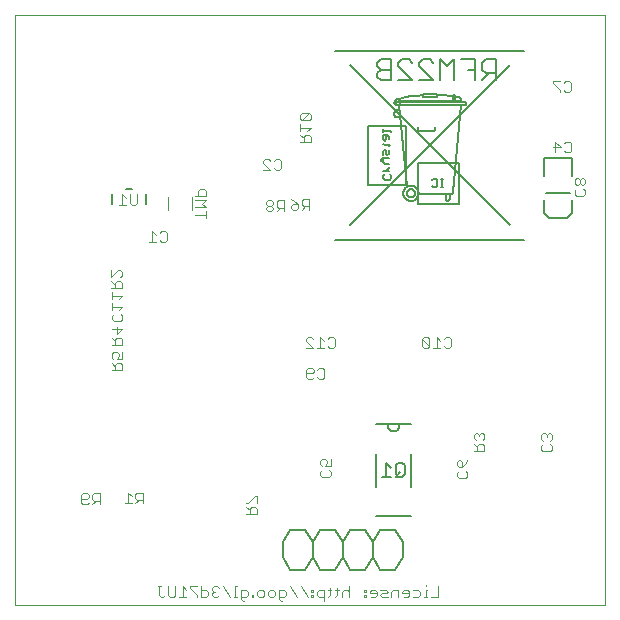
<source format=gbo>
G75*
%MOIN*%
%OFA0B0*%
%FSLAX24Y24*%
%IPPOS*%
%LPD*%
%AMOC8*
5,1,8,0,0,1.08239X$1,22.5*
%
%ADD10C,0.0000*%
%ADD11C,0.0040*%
%ADD12C,0.0080*%
%ADD13C,0.0050*%
%ADD14C,0.0060*%
%ADD15C,0.0079*%
%ADD16C,0.0059*%
%ADD17C,0.0030*%
D10*
X000180Y000180D02*
X000180Y019865D01*
X019865Y019865D01*
X019865Y000180D01*
X000180Y000180D01*
D11*
X003841Y003583D02*
X004077Y003583D01*
X003959Y003583D02*
X003959Y003937D01*
X004077Y003819D01*
X004204Y003878D02*
X004204Y003760D01*
X004263Y003701D01*
X004440Y003701D01*
X004440Y003583D02*
X004440Y003937D01*
X004263Y003937D01*
X004204Y003878D01*
X004322Y003701D02*
X004204Y003583D01*
X004938Y000808D02*
X005056Y000808D01*
X004997Y000808D02*
X004997Y000513D01*
X005056Y000454D01*
X005115Y000454D01*
X005174Y000513D01*
X005300Y000513D02*
X005300Y000808D01*
X005536Y000808D02*
X005536Y000513D01*
X005477Y000454D01*
X005359Y000454D01*
X005300Y000513D01*
X005663Y000454D02*
X005899Y000454D01*
X005781Y000454D02*
X005781Y000808D01*
X005899Y000690D01*
X006025Y000749D02*
X006025Y000808D01*
X006261Y000808D01*
X006388Y000808D02*
X006388Y000454D01*
X006565Y000454D01*
X006624Y000513D01*
X006624Y000631D01*
X006565Y000690D01*
X006388Y000690D01*
X006261Y000513D02*
X006261Y000454D01*
X006261Y000513D02*
X006025Y000749D01*
X006750Y000749D02*
X006750Y000690D01*
X006809Y000631D01*
X006750Y000572D01*
X006750Y000513D01*
X006809Y000454D01*
X006927Y000454D01*
X006986Y000513D01*
X006868Y000631D02*
X006809Y000631D01*
X006750Y000749D02*
X006809Y000808D01*
X006927Y000808D01*
X006986Y000749D01*
X007113Y000808D02*
X007349Y000454D01*
X007472Y000454D02*
X007590Y000454D01*
X007531Y000454D02*
X007531Y000808D01*
X007590Y000808D01*
X007717Y000690D02*
X007894Y000690D01*
X007953Y000631D01*
X007953Y000513D01*
X007894Y000454D01*
X007717Y000454D01*
X007717Y000395D02*
X007717Y000690D01*
X007717Y000395D02*
X007776Y000336D01*
X007835Y000336D01*
X008075Y000454D02*
X008134Y000454D01*
X008134Y000513D01*
X008075Y000513D01*
X008075Y000454D01*
X008261Y000513D02*
X008261Y000631D01*
X008320Y000690D01*
X008438Y000690D01*
X008497Y000631D01*
X008497Y000513D01*
X008438Y000454D01*
X008320Y000454D01*
X008261Y000513D01*
X008623Y000513D02*
X008623Y000631D01*
X008682Y000690D01*
X008800Y000690D01*
X008859Y000631D01*
X008859Y000513D01*
X008800Y000454D01*
X008682Y000454D01*
X008623Y000513D01*
X008986Y000454D02*
X009163Y000454D01*
X009222Y000513D01*
X009222Y000631D01*
X009163Y000690D01*
X008986Y000690D01*
X008986Y000395D01*
X009045Y000336D01*
X009104Y000336D01*
X009584Y000454D02*
X009348Y000808D01*
X009711Y000808D02*
X009947Y000454D01*
X010069Y000454D02*
X010128Y000454D01*
X010128Y000513D01*
X010069Y000513D01*
X010069Y000454D01*
X010069Y000631D02*
X010128Y000631D01*
X010128Y000690D01*
X010069Y000690D01*
X010069Y000631D01*
X010255Y000631D02*
X010255Y000513D01*
X010314Y000454D01*
X010491Y000454D01*
X010491Y000336D02*
X010491Y000690D01*
X010314Y000690D01*
X010255Y000631D01*
X010614Y000690D02*
X010732Y000690D01*
X010673Y000749D02*
X010673Y000513D01*
X010614Y000454D01*
X010856Y000454D02*
X010915Y000513D01*
X010915Y000749D01*
X010974Y000690D02*
X010856Y000690D01*
X011100Y000631D02*
X011100Y000454D01*
X011100Y000631D02*
X011159Y000690D01*
X011277Y000690D01*
X011336Y000631D01*
X011336Y000808D02*
X011336Y000454D01*
X011821Y000454D02*
X011880Y000454D01*
X011880Y000513D01*
X011821Y000513D01*
X011821Y000454D01*
X011821Y000631D02*
X011880Y000631D01*
X011880Y000690D01*
X011821Y000690D01*
X011821Y000631D01*
X012007Y000631D02*
X012007Y000572D01*
X012243Y000572D01*
X012243Y000513D02*
X012243Y000631D01*
X012184Y000690D01*
X012066Y000690D01*
X012007Y000631D01*
X012066Y000454D02*
X012184Y000454D01*
X012243Y000513D01*
X012369Y000513D02*
X012428Y000572D01*
X012546Y000572D01*
X012605Y000631D01*
X012546Y000690D01*
X012369Y000690D01*
X012369Y000513D02*
X012428Y000454D01*
X012605Y000454D01*
X012732Y000454D02*
X012732Y000631D01*
X012791Y000690D01*
X012968Y000690D01*
X012968Y000454D01*
X013094Y000572D02*
X013094Y000631D01*
X013153Y000690D01*
X013271Y000690D01*
X013330Y000631D01*
X013330Y000513D01*
X013271Y000454D01*
X013153Y000454D01*
X013094Y000572D02*
X013330Y000572D01*
X013457Y000690D02*
X013634Y000690D01*
X013693Y000631D01*
X013693Y000513D01*
X013634Y000454D01*
X013457Y000454D01*
X013816Y000454D02*
X013934Y000454D01*
X013875Y000454D02*
X013875Y000690D01*
X013934Y000690D01*
X013875Y000808D02*
X013875Y000867D01*
X014297Y000808D02*
X014297Y000454D01*
X014061Y000454D01*
X014971Y004427D02*
X014912Y004486D01*
X014912Y004604D01*
X014971Y004663D01*
X014971Y004790D02*
X014912Y004849D01*
X014912Y004967D01*
X014971Y005026D01*
X015030Y005026D01*
X015089Y004967D01*
X015089Y004790D01*
X014971Y004790D01*
X015089Y004790D02*
X015207Y004908D01*
X015266Y005026D01*
X015483Y005327D02*
X015837Y005327D01*
X015837Y005504D01*
X015778Y005563D01*
X015660Y005563D01*
X015601Y005504D01*
X015601Y005327D01*
X015601Y005445D02*
X015483Y005563D01*
X015542Y005689D02*
X015483Y005748D01*
X015483Y005866D01*
X015542Y005925D01*
X015601Y005925D01*
X015660Y005866D01*
X015660Y005807D01*
X015660Y005866D02*
X015719Y005925D01*
X015778Y005925D01*
X015837Y005866D01*
X015837Y005748D01*
X015778Y005689D01*
X015207Y004663D02*
X015266Y004604D01*
X015266Y004486D01*
X015207Y004427D01*
X014971Y004427D01*
X017736Y005367D02*
X017736Y005485D01*
X017795Y005544D01*
X017795Y005670D02*
X017736Y005729D01*
X017736Y005847D01*
X017795Y005906D01*
X017854Y005906D01*
X017913Y005847D01*
X017913Y005788D01*
X017913Y005847D02*
X017972Y005906D01*
X018031Y005906D01*
X018090Y005847D01*
X018090Y005729D01*
X018031Y005670D01*
X018031Y005544D02*
X018090Y005485D01*
X018090Y005367D01*
X018031Y005308D01*
X017795Y005308D01*
X017736Y005367D01*
X014664Y008756D02*
X014546Y008756D01*
X014487Y008815D01*
X014361Y008756D02*
X014125Y008756D01*
X014243Y008756D02*
X014243Y009110D01*
X014361Y008992D01*
X014487Y009051D02*
X014546Y009110D01*
X014664Y009110D01*
X014723Y009051D01*
X014723Y008815D01*
X014664Y008756D01*
X013998Y008815D02*
X013762Y009051D01*
X013762Y008815D01*
X013821Y008756D01*
X013939Y008756D01*
X013998Y008815D01*
X013998Y009051D01*
X013939Y009110D01*
X013821Y009110D01*
X013762Y009051D01*
X010845Y009063D02*
X010845Y008827D01*
X010786Y008768D01*
X010668Y008768D01*
X010609Y008827D01*
X010482Y008768D02*
X010246Y008768D01*
X010364Y008768D02*
X010364Y009122D01*
X010482Y009004D01*
X010609Y009063D02*
X010668Y009122D01*
X010786Y009122D01*
X010845Y009063D01*
X010120Y009063D02*
X010061Y009122D01*
X009943Y009122D01*
X009884Y009063D01*
X009884Y009004D01*
X010120Y008768D01*
X009884Y008768D01*
X009961Y008088D02*
X010079Y008088D01*
X010138Y008029D01*
X010138Y007970D01*
X010079Y007911D01*
X009902Y007911D01*
X009902Y007793D02*
X009902Y008029D01*
X009961Y008088D01*
X009902Y007793D02*
X009961Y007734D01*
X010079Y007734D01*
X010138Y007793D01*
X010265Y007793D02*
X010324Y007734D01*
X010442Y007734D01*
X010501Y007793D01*
X010501Y008029D01*
X010442Y008088D01*
X010324Y008088D01*
X010265Y008029D01*
X010418Y005048D02*
X010359Y004989D01*
X010359Y004871D01*
X010418Y004812D01*
X010536Y004812D02*
X010595Y004930D01*
X010595Y004989D01*
X010536Y005048D01*
X010418Y005048D01*
X010536Y004812D02*
X010713Y004812D01*
X010713Y005048D01*
X010654Y004686D02*
X010713Y004627D01*
X010713Y004509D01*
X010654Y004450D01*
X010418Y004450D01*
X010359Y004509D01*
X010359Y004627D01*
X010418Y004686D01*
X008243Y003823D02*
X008243Y003587D01*
X008184Y003460D02*
X008243Y003401D01*
X008243Y003224D01*
X007889Y003224D01*
X008007Y003224D02*
X008007Y003401D01*
X008066Y003460D01*
X008184Y003460D01*
X008007Y003342D02*
X007889Y003460D01*
X007889Y003587D02*
X007948Y003587D01*
X008184Y003823D01*
X008243Y003823D01*
X003765Y008011D02*
X003765Y008188D01*
X003706Y008247D01*
X003588Y008247D01*
X003529Y008188D01*
X003529Y008011D01*
X003411Y008011D02*
X003765Y008011D01*
X003529Y008129D02*
X003411Y008247D01*
X003470Y008374D02*
X003411Y008433D01*
X003411Y008551D01*
X003470Y008610D01*
X003588Y008610D01*
X003647Y008551D01*
X003647Y008492D01*
X003588Y008374D01*
X003765Y008374D01*
X003765Y008610D01*
X003765Y008863D02*
X003411Y008863D01*
X003529Y008863D02*
X003529Y009040D01*
X003588Y009099D01*
X003706Y009099D01*
X003765Y009040D01*
X003765Y008863D01*
X003529Y008981D02*
X003411Y009099D01*
X003588Y009226D02*
X003588Y009462D01*
X003411Y009403D02*
X003765Y009403D01*
X003588Y009226D01*
X003471Y009656D02*
X003412Y009715D01*
X003412Y009833D01*
X003471Y009892D01*
X003412Y010019D02*
X003412Y010255D01*
X003412Y010137D02*
X003766Y010137D01*
X003648Y010019D01*
X003707Y009892D02*
X003766Y009833D01*
X003766Y009715D01*
X003707Y009656D01*
X003471Y009656D01*
X003412Y010381D02*
X003412Y010617D01*
X003412Y010499D02*
X003766Y010499D01*
X003648Y010381D01*
X003750Y010742D02*
X003396Y010742D01*
X003514Y010742D02*
X003514Y010919D01*
X003573Y010978D01*
X003691Y010978D01*
X003750Y010919D01*
X003750Y010742D01*
X003514Y010860D02*
X003396Y010978D01*
X003396Y011105D02*
X003632Y011341D01*
X003691Y011341D01*
X003750Y011282D01*
X003750Y011164D01*
X003691Y011105D01*
X003396Y011105D02*
X003396Y011341D01*
X004645Y012290D02*
X004881Y012290D01*
X004763Y012290D02*
X004763Y012644D01*
X004881Y012526D01*
X005007Y012585D02*
X005066Y012644D01*
X005184Y012644D01*
X005243Y012585D01*
X005243Y012349D01*
X005184Y012290D01*
X005066Y012290D01*
X005007Y012349D01*
X005271Y013338D02*
X005271Y013771D01*
X006071Y013771D02*
X006071Y013338D01*
X006185Y013444D02*
X006539Y013444D01*
X006421Y013562D01*
X006539Y013680D01*
X006185Y013680D01*
X006185Y013807D02*
X006539Y013807D01*
X006539Y013984D01*
X006480Y014043D01*
X006362Y014043D01*
X006303Y013984D01*
X006303Y013807D01*
X006539Y013318D02*
X006539Y013082D01*
X006539Y013200D02*
X006185Y013200D01*
X004248Y013589D02*
X004189Y013530D01*
X004071Y013530D01*
X004012Y013589D01*
X004012Y013884D01*
X003885Y013766D02*
X003767Y013884D01*
X003767Y013530D01*
X003885Y013530D02*
X003649Y013530D01*
X004248Y013589D02*
X004248Y013884D01*
X008461Y014700D02*
X008697Y014700D01*
X008461Y014936D01*
X008461Y014995D01*
X008520Y015054D01*
X008638Y015054D01*
X008697Y014995D01*
X008823Y014995D02*
X008882Y015054D01*
X009000Y015054D01*
X009059Y014995D01*
X009059Y014759D01*
X009000Y014700D01*
X008882Y014700D01*
X008823Y014759D01*
X008723Y013673D02*
X008605Y013673D01*
X008546Y013614D01*
X008546Y013555D01*
X008605Y013496D01*
X008723Y013496D01*
X008782Y013555D01*
X008782Y013614D01*
X008723Y013673D01*
X008723Y013496D02*
X008782Y013437D01*
X008782Y013378D01*
X008723Y013319D01*
X008605Y013319D01*
X008546Y013378D01*
X008546Y013437D01*
X008605Y013496D01*
X008909Y013496D02*
X008968Y013437D01*
X009145Y013437D01*
X009145Y013319D02*
X009145Y013673D01*
X008968Y013673D01*
X008909Y013614D01*
X008909Y013496D01*
X009027Y013437D02*
X008909Y013319D01*
X018136Y015453D02*
X018372Y015453D01*
X018195Y015630D01*
X018195Y015276D01*
X018499Y015335D02*
X018558Y015276D01*
X018676Y015276D01*
X018735Y015335D01*
X018735Y015571D01*
X018676Y015630D01*
X018558Y015630D01*
X018499Y015571D01*
X018899Y014428D02*
X018840Y014369D01*
X018840Y014251D01*
X018899Y014192D01*
X018958Y014192D01*
X019017Y014251D01*
X019017Y014369D01*
X018958Y014428D01*
X018899Y014428D01*
X019017Y014369D02*
X019076Y014428D01*
X019135Y014428D01*
X019194Y014369D01*
X019194Y014251D01*
X019135Y014192D01*
X019076Y014192D01*
X019017Y014251D01*
X019135Y014065D02*
X019194Y014006D01*
X019194Y013888D01*
X019135Y013829D01*
X018899Y013829D01*
X018840Y013888D01*
X018840Y014006D01*
X018899Y014065D01*
X018651Y017303D02*
X018533Y017303D01*
X018474Y017362D01*
X018347Y017362D02*
X018347Y017303D01*
X018347Y017362D02*
X018111Y017598D01*
X018111Y017657D01*
X018347Y017657D01*
X018474Y017598D02*
X018533Y017657D01*
X018651Y017657D01*
X018710Y017598D01*
X018710Y017362D01*
X018651Y017303D01*
D12*
X017163Y018668D02*
X010864Y018668D01*
X011967Y016168D02*
X011967Y014200D01*
X013226Y014200D01*
X013226Y016168D01*
X011967Y016168D01*
X013620Y014928D02*
X013620Y013550D01*
X014998Y013550D01*
X014998Y014928D01*
X013620Y014928D01*
X010864Y012369D02*
X017163Y012369D01*
X017973Y013102D02*
X017816Y013260D01*
X017816Y013693D01*
X017973Y013102D02*
X018603Y013102D01*
X018761Y013260D01*
X018761Y013693D01*
X018761Y014480D02*
X018761Y015071D01*
X017816Y015071D01*
X017816Y014480D01*
X013400Y006215D02*
X012219Y006215D01*
X012612Y006176D02*
X012614Y006149D01*
X012619Y006123D01*
X012628Y006098D01*
X012641Y006074D01*
X012656Y006052D01*
X012675Y006032D01*
X012695Y006015D01*
X012718Y006001D01*
X012743Y005990D01*
X012769Y005983D01*
X012796Y005979D01*
X012822Y005979D01*
X012849Y005983D01*
X012875Y005990D01*
X012900Y006001D01*
X012923Y006015D01*
X012943Y006032D01*
X012962Y006052D01*
X012977Y006074D01*
X012990Y006098D01*
X012999Y006123D01*
X013004Y006149D01*
X013006Y006176D01*
X013400Y005231D02*
X013400Y004129D01*
X013400Y003145D02*
X012219Y003145D01*
X012219Y004129D02*
X012219Y005231D01*
X004539Y013554D02*
X004539Y013892D01*
X004085Y014042D02*
X003874Y014042D01*
X003419Y013892D02*
X003419Y013554D01*
D13*
X012376Y014983D02*
X012376Y015027D01*
X012420Y015071D01*
X012641Y015071D01*
X012597Y015184D02*
X012641Y015228D01*
X012641Y015361D01*
X012552Y015317D02*
X012552Y015228D01*
X012597Y015184D01*
X012464Y015184D02*
X012464Y015317D01*
X012508Y015361D01*
X012552Y015317D01*
X012641Y015474D02*
X012641Y015563D01*
X012685Y015518D02*
X012508Y015518D01*
X012464Y015563D01*
X012508Y015668D02*
X012552Y015712D01*
X012552Y015844D01*
X012597Y015844D02*
X012464Y015844D01*
X012464Y015712D01*
X012508Y015668D01*
X012641Y015712D02*
X012641Y015800D01*
X012597Y015844D01*
X012729Y015958D02*
X012729Y016002D01*
X012464Y016002D01*
X012464Y015958D02*
X012464Y016046D01*
X012464Y015071D02*
X012464Y014938D01*
X012508Y014894D01*
X012641Y014894D01*
X012641Y014785D02*
X012641Y014741D01*
X012552Y014652D01*
X012464Y014652D02*
X012641Y014652D01*
X012685Y014539D02*
X012729Y014495D01*
X012729Y014407D01*
X012685Y014362D01*
X012508Y014362D01*
X012464Y014407D01*
X012464Y014495D01*
X012508Y014539D01*
X014091Y014347D02*
X014135Y014391D01*
X014224Y014391D01*
X014268Y014347D01*
X014268Y014170D01*
X014224Y014126D01*
X014135Y014126D01*
X014091Y014170D01*
X014373Y014126D02*
X014461Y014126D01*
X014417Y014126D02*
X014417Y014391D01*
X014461Y014391D02*
X014373Y014391D01*
X017888Y013936D02*
X018688Y013936D01*
X013097Y004913D02*
X012947Y004913D01*
X012871Y004838D01*
X012871Y004538D01*
X012947Y004463D01*
X013097Y004463D01*
X013172Y004538D01*
X013172Y004838D01*
X013097Y004913D01*
X013022Y004613D02*
X012871Y004463D01*
X012711Y004463D02*
X012411Y004463D01*
X012561Y004463D02*
X012561Y004913D01*
X012711Y004763D01*
D14*
X012865Y002698D02*
X012365Y002698D01*
X012115Y002278D01*
X011865Y002698D01*
X011365Y002698D01*
X011115Y002278D01*
X011115Y001778D01*
X011365Y001358D01*
X011865Y001358D01*
X012115Y001778D01*
X012365Y001358D01*
X012865Y001358D01*
X013115Y001778D01*
X013115Y002278D01*
X012865Y002698D01*
X012115Y002278D02*
X012115Y001778D01*
X011115Y001778D02*
X010865Y001358D01*
X010365Y001358D01*
X010115Y001778D01*
X009865Y001358D01*
X009365Y001358D01*
X009115Y001778D01*
X009115Y002278D01*
X009365Y002698D01*
X009865Y002698D01*
X010115Y002278D01*
X010115Y001778D01*
X010115Y002278D02*
X010365Y002698D01*
X010865Y002698D01*
X011115Y002278D01*
X011115Y001778D01*
X012372Y017686D02*
X012722Y017686D01*
X012722Y018387D01*
X012372Y018387D01*
X012255Y018270D01*
X012255Y018153D01*
X012372Y018037D01*
X012722Y018037D01*
X012955Y018153D02*
X012955Y018270D01*
X013072Y018387D01*
X013305Y018387D01*
X013422Y018270D01*
X013655Y018270D02*
X013655Y018153D01*
X014122Y017686D01*
X013655Y017686D01*
X013422Y017686D02*
X012955Y018153D01*
X012955Y017686D02*
X013422Y017686D01*
X013655Y018270D02*
X013771Y018387D01*
X014005Y018387D01*
X014122Y018270D01*
X014354Y018387D02*
X014354Y017686D01*
X014821Y017686D02*
X014821Y018387D01*
X014588Y018153D01*
X014354Y018387D01*
X015054Y018387D02*
X015521Y018387D01*
X015521Y017686D01*
X015754Y017686D02*
X015987Y017920D01*
X015871Y017920D02*
X016221Y017920D01*
X016221Y017686D02*
X016221Y018387D01*
X015871Y018387D01*
X015754Y018270D01*
X015754Y018037D01*
X015871Y017920D01*
X015521Y018037D02*
X015288Y018037D01*
X012372Y018037D02*
X012255Y017920D01*
X012255Y017803D01*
X012372Y017686D01*
D15*
X012832Y016963D02*
X012832Y016954D01*
X012832Y016963D02*
X015174Y016963D01*
X015184Y016963D01*
X015194Y016963D01*
X015184Y016963D02*
X015174Y016963D01*
X015194Y016964D02*
X015203Y016963D01*
X015212Y016958D01*
X015218Y016952D01*
X015223Y016943D01*
X015224Y016934D01*
X015223Y016934D02*
X015223Y016914D01*
X015223Y016885D01*
X015224Y016885D02*
X015222Y016877D01*
X015218Y016871D01*
X015212Y016867D01*
X015204Y016865D01*
X015046Y016865D01*
X014200Y016865D01*
X013393Y016865D01*
X012920Y016865D01*
X012979Y016855D02*
X013255Y014139D01*
X013245Y013912D02*
X013247Y013935D01*
X013253Y013958D01*
X013263Y013979D01*
X013276Y013999D01*
X013292Y014016D01*
X013311Y014030D01*
X013332Y014040D01*
X013354Y014047D01*
X013377Y014050D01*
X013401Y014049D01*
X013423Y014044D01*
X013445Y014035D01*
X013465Y014023D01*
X013483Y014007D01*
X013497Y013989D01*
X013509Y013969D01*
X013517Y013947D01*
X013521Y013924D01*
X013521Y013900D01*
X013517Y013877D01*
X013509Y013855D01*
X013497Y013835D01*
X013483Y013817D01*
X013465Y013801D01*
X013445Y013789D01*
X013423Y013780D01*
X013401Y013775D01*
X013377Y013774D01*
X013354Y013777D01*
X013332Y013784D01*
X013311Y013794D01*
X013292Y013808D01*
X013276Y013825D01*
X013263Y013845D01*
X013253Y013866D01*
X013247Y013889D01*
X013245Y013912D01*
X013127Y013912D02*
X013129Y013943D01*
X013135Y013974D01*
X013144Y014004D01*
X013157Y014033D01*
X013174Y014060D01*
X013194Y014084D01*
X013216Y014106D01*
X013242Y014125D01*
X013269Y014141D01*
X013298Y014153D01*
X013328Y014162D01*
X013359Y014167D01*
X013391Y014168D01*
X013422Y014165D01*
X013453Y014158D01*
X013483Y014148D01*
X013511Y014134D01*
X013537Y014116D01*
X013561Y014096D01*
X013582Y014072D01*
X013601Y014047D01*
X013616Y014019D01*
X013627Y013990D01*
X013635Y013959D01*
X013639Y013928D01*
X013639Y013896D01*
X013635Y013865D01*
X013627Y013834D01*
X013616Y013805D01*
X013601Y013777D01*
X013582Y013752D01*
X013561Y013728D01*
X013537Y013708D01*
X013511Y013690D01*
X013483Y013676D01*
X013453Y013666D01*
X013422Y013659D01*
X013391Y013656D01*
X013359Y013657D01*
X013328Y013662D01*
X013298Y013671D01*
X013269Y013683D01*
X013242Y013699D01*
X013216Y013718D01*
X013194Y013740D01*
X013174Y013764D01*
X013157Y013791D01*
X013144Y013820D01*
X013135Y013850D01*
X013129Y013881D01*
X013127Y013912D01*
X013649Y013883D02*
X014643Y013873D01*
X014672Y013853D02*
X014672Y013725D01*
X014671Y013712D01*
X014666Y013699D01*
X014659Y013688D01*
X014650Y013679D01*
X014639Y013672D01*
X014626Y013667D01*
X014613Y013666D01*
X014594Y013666D01*
X014581Y013668D01*
X014570Y013673D01*
X014559Y013680D01*
X014552Y013691D01*
X014547Y013702D01*
X014545Y013715D01*
X014544Y013715D02*
X014544Y013853D01*
X014702Y013882D02*
X014719Y013886D01*
X014734Y013892D01*
X014749Y013902D01*
X014761Y013914D01*
X014771Y013929D01*
X014777Y013944D01*
X014781Y013961D01*
X015066Y016855D01*
X015056Y016993D02*
X013019Y016993D01*
X012989Y016993D02*
X012987Y017006D01*
X012988Y017019D01*
X012992Y017032D01*
X012999Y017043D01*
X013009Y017052D01*
X012842Y016963D02*
X012844Y016982D01*
X012849Y017001D01*
X012859Y017017D01*
X012871Y017032D01*
X012886Y017044D01*
X012902Y017054D01*
X012921Y017059D01*
X012940Y017061D01*
X012959Y017059D01*
X012978Y017054D01*
X012994Y017044D01*
X013009Y017032D01*
X013021Y017017D01*
X013031Y017001D01*
X013036Y016982D01*
X013038Y016963D01*
X013036Y016944D01*
X013031Y016925D01*
X013021Y016909D01*
X013009Y016894D01*
X012994Y016882D01*
X012978Y016872D01*
X012959Y016867D01*
X012940Y016865D01*
X012921Y016867D01*
X012902Y016872D01*
X012886Y016882D01*
X012871Y016894D01*
X012859Y016909D01*
X012849Y016925D01*
X012844Y016944D01*
X012842Y016963D01*
X012831Y016954D02*
X012833Y016937D01*
X012838Y016920D01*
X012846Y016905D01*
X012857Y016891D01*
X012871Y016880D01*
X012886Y016872D01*
X012903Y016867D01*
X012920Y016865D01*
X012940Y016688D02*
X012953Y016686D01*
X012967Y016686D01*
X012980Y016688D01*
X012940Y016687D02*
X012922Y016689D01*
X012905Y016687D01*
X012888Y016682D01*
X012872Y016674D01*
X012858Y016663D01*
X012847Y016649D01*
X012839Y016633D01*
X012834Y016617D01*
X012832Y016599D01*
X012832Y016540D01*
X012833Y016523D01*
X012838Y016506D01*
X012845Y016491D01*
X012855Y016477D01*
X012867Y016465D01*
X012881Y016455D01*
X012896Y016448D01*
X012913Y016443D01*
X012930Y016442D01*
X012999Y016442D01*
X013009Y017052D02*
X013028Y017064D01*
X013048Y017074D01*
X013068Y017082D01*
X013590Y017170D02*
X013777Y017180D01*
X013786Y017210D02*
X013786Y017131D01*
X014239Y017131D01*
X014239Y017210D01*
X013786Y017210D01*
X014239Y017180D02*
X014288Y017180D01*
X014850Y017171D02*
X014851Y017141D01*
X014850Y017111D01*
X014849Y017111D02*
X014840Y017013D01*
X015017Y017091D02*
X015032Y017082D01*
X015044Y017071D01*
X015055Y017058D01*
X015062Y017043D01*
X015067Y017026D01*
X015068Y017009D01*
X015066Y016993D01*
X014850Y017171D02*
X014847Y017179D01*
X014842Y017187D01*
X014834Y017191D01*
X014825Y017193D01*
X014816Y017191D01*
X014808Y017187D01*
X014803Y017179D01*
X014800Y017171D01*
X014899Y017131D02*
X014939Y017120D01*
X014979Y017107D01*
X015017Y017091D01*
X014801Y017022D02*
X014797Y017071D01*
X014797Y017121D01*
X014801Y017170D01*
X014190Y016117D02*
X014190Y016087D01*
X014190Y016058D01*
X014189Y016045D01*
X014184Y016032D01*
X014177Y016021D01*
X014168Y016012D01*
X014157Y016005D01*
X014144Y016000D01*
X014131Y015999D01*
X013668Y015999D01*
X013658Y016000D01*
X013649Y016004D01*
X013640Y016010D01*
X013634Y016019D01*
X013630Y016028D01*
X013629Y016038D01*
X013629Y016107D01*
X013265Y017131D02*
X013199Y017117D01*
X013133Y017101D01*
X013068Y017082D01*
X014780Y017151D02*
X014839Y017142D01*
X014898Y017131D01*
X016680Y018174D02*
X011365Y012859D01*
X013265Y017130D02*
X013345Y017144D01*
X013426Y017156D01*
X013508Y017164D01*
X013590Y017170D01*
X011346Y018194D02*
X016700Y012839D01*
X014702Y013883D02*
X014672Y013879D01*
X014643Y013873D01*
X014780Y017150D02*
X014657Y017163D01*
X014535Y017173D01*
X014411Y017178D01*
X014288Y017180D01*
D16*
X006001Y013427D03*
D17*
X009381Y013419D02*
X009381Y013479D01*
X009441Y013540D01*
X009623Y013540D01*
X009623Y013419D01*
X009563Y013358D01*
X009441Y013358D01*
X009381Y013419D01*
X009502Y013661D02*
X009381Y013722D01*
X009502Y013661D02*
X009623Y013540D01*
X009743Y013540D02*
X009804Y013479D01*
X009986Y013479D01*
X009986Y013358D02*
X009986Y013722D01*
X009804Y013722D01*
X009743Y013661D01*
X009743Y013540D01*
X009865Y013479D02*
X009743Y013358D01*
X009687Y015617D02*
X010051Y015617D01*
X010051Y015799D01*
X009991Y015859D01*
X009869Y015859D01*
X009809Y015799D01*
X009809Y015617D01*
X009809Y015738D02*
X009687Y015859D01*
X009687Y015979D02*
X009687Y016222D01*
X009687Y016100D02*
X010051Y016100D01*
X009930Y015979D01*
X009991Y016342D02*
X009748Y016342D01*
X009991Y016584D01*
X009748Y016584D01*
X009687Y016524D01*
X009687Y016402D01*
X009748Y016342D01*
X009991Y016342D02*
X010051Y016402D01*
X010051Y016524D01*
X009991Y016584D01*
X003005Y003905D02*
X002823Y003905D01*
X002762Y003845D01*
X002762Y003723D01*
X002823Y003663D01*
X003005Y003663D01*
X002884Y003663D02*
X002762Y003541D01*
X002642Y003602D02*
X002582Y003541D01*
X002460Y003541D01*
X002400Y003602D01*
X002400Y003845D01*
X002460Y003905D01*
X002582Y003905D01*
X002642Y003845D01*
X002642Y003784D01*
X002582Y003723D01*
X002400Y003723D01*
X003005Y003541D02*
X003005Y003905D01*
M02*

</source>
